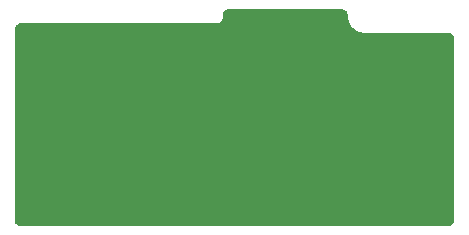
<source format=gbr>
%TF.GenerationSoftware,KiCad,Pcbnew,8.0.4*%
%TF.CreationDate,2024-08-31T12:18:16-06:00*%
%TF.ProjectId,SNEdge,534e4564-6765-42e6-9b69-6361645f7063,rev?*%
%TF.SameCoordinates,Original*%
%TF.FileFunction,Copper,L2,Bot*%
%TF.FilePolarity,Positive*%
%FSLAX46Y46*%
G04 Gerber Fmt 4.6, Leading zero omitted, Abs format (unit mm)*
G04 Created by KiCad (PCBNEW 8.0.4) date 2024-08-31 12:18:16*
%MOMM*%
%LPD*%
G01*
G04 APERTURE LIST*
%TA.AperFunction,ViaPad*%
%ADD10C,0.600000*%
%TD*%
G04 APERTURE END LIST*
D10*
%TO.N,GND*%
X124750000Y-98350000D03*
X117900000Y-100600000D03*
X133950000Y-94150000D03*
X138200000Y-91400000D03*
X132950000Y-95900000D03*
X126500000Y-94150000D03*
X145400000Y-100400000D03*
X153800000Y-102100000D03*
X137450000Y-96100000D03*
X136200000Y-108100000D03*
X151150000Y-105450000D03*
X138900000Y-100450000D03*
X128300000Y-108850000D03*
X127800000Y-103350000D03*
X117900000Y-103550000D03*
X125800000Y-105100000D03*
X126200000Y-99200000D03*
X136300000Y-106500000D03*
X145400000Y-107200000D03*
X153800000Y-108800000D03*
X142950000Y-95900000D03*
X117900000Y-106600000D03*
X135150000Y-103500000D03*
X139250000Y-107200000D03*
X117900000Y-97550000D03*
X130450000Y-108850000D03*
X143350000Y-105550000D03*
X134500000Y-97600000D03*
X132900000Y-99400000D03*
X133100000Y-108750000D03*
X140200000Y-93900000D03*
X133000000Y-105150000D03*
X125050000Y-92500000D03*
X135450000Y-92000000D03*
X145350000Y-102100000D03*
X138250000Y-98800000D03*
X145400000Y-103800000D03*
X126350000Y-97500000D03*
X136050000Y-104900000D03*
X125656215Y-103278317D03*
X137300000Y-103500000D03*
X142200000Y-91400000D03*
X121500000Y-97550000D03*
X121500000Y-94600000D03*
X153800000Y-105450000D03*
X117900000Y-94600000D03*
X134700000Y-100100000D03*
X153800000Y-98800000D03*
X145900000Y-92900000D03*
X125050000Y-108850000D03*
X146950000Y-97250000D03*
X121500000Y-106600000D03*
X151150000Y-98800000D03*
X153950000Y-93600000D03*
X130700000Y-95900000D03*
X127800000Y-104750000D03*
X130850000Y-92500000D03*
X151150000Y-108800000D03*
X121500000Y-100600000D03*
X151150000Y-102100000D03*
X121500000Y-103550000D03*
X145000000Y-92000000D03*
%TD*%
%TA.AperFunction,Conductor*%
%TO.N,GND*%
G36*
X145005512Y-90901121D02*
G01*
X145100073Y-90911775D01*
X145121669Y-90916705D01*
X145206202Y-90946283D01*
X145226168Y-90955899D01*
X145264079Y-90979720D01*
X145301987Y-91003540D01*
X145319319Y-91017361D01*
X145382638Y-91080680D01*
X145396459Y-91098012D01*
X145444098Y-91173828D01*
X145453718Y-91193803D01*
X145483293Y-91278326D01*
X145488225Y-91299938D01*
X145498877Y-91394470D01*
X145499500Y-91405555D01*
X145499500Y-91507323D01*
X145530045Y-91719764D01*
X145530045Y-91719766D01*
X145590514Y-91925705D01*
X145590515Y-91925708D01*
X145590516Y-91925710D01*
X145679679Y-92120950D01*
X145679680Y-92120951D01*
X145679684Y-92120959D01*
X145795713Y-92301505D01*
X145795719Y-92301513D01*
X145936276Y-92463724D01*
X145936283Y-92463730D01*
X145936285Y-92463732D01*
X146098482Y-92604277D01*
X146098494Y-92604286D01*
X146279040Y-92720315D01*
X146279042Y-92720316D01*
X146279050Y-92720321D01*
X146474290Y-92809484D01*
X146680231Y-92869954D01*
X146759900Y-92881408D01*
X146892677Y-92900500D01*
X146892682Y-92900500D01*
X146934108Y-92900500D01*
X153934108Y-92900500D01*
X153994444Y-92900500D01*
X154005512Y-92901121D01*
X154100073Y-92911775D01*
X154121669Y-92916705D01*
X154206202Y-92946283D01*
X154226168Y-92955899D01*
X154264079Y-92979720D01*
X154301987Y-93003540D01*
X154319319Y-93017361D01*
X154382638Y-93080680D01*
X154396459Y-93098012D01*
X154444098Y-93173828D01*
X154453718Y-93193803D01*
X154483293Y-93278326D01*
X154488225Y-93299938D01*
X154498877Y-93394470D01*
X154499500Y-93405555D01*
X154499500Y-108744444D01*
X154498877Y-108755529D01*
X154488225Y-108850061D01*
X154483293Y-108871673D01*
X154453718Y-108956196D01*
X154444098Y-108976171D01*
X154396459Y-109051987D01*
X154382638Y-109069319D01*
X154319319Y-109132638D01*
X154301987Y-109146459D01*
X154226171Y-109194098D01*
X154206196Y-109203718D01*
X154121673Y-109233293D01*
X154100061Y-109238225D01*
X154005529Y-109248877D01*
X153994444Y-109249500D01*
X117805556Y-109249500D01*
X117794471Y-109248877D01*
X117699938Y-109238225D01*
X117678326Y-109233293D01*
X117593803Y-109203718D01*
X117573828Y-109194098D01*
X117498012Y-109146459D01*
X117480680Y-109132638D01*
X117417361Y-109069319D01*
X117403540Y-109051987D01*
X117355901Y-108976171D01*
X117346283Y-108956202D01*
X117316705Y-108871669D01*
X117311775Y-108850073D01*
X117301121Y-108755512D01*
X117300500Y-108744444D01*
X117300500Y-92605555D01*
X117301121Y-92594488D01*
X117311776Y-92499924D01*
X117316704Y-92478332D01*
X117346285Y-92393794D01*
X117355897Y-92373834D01*
X117403541Y-92298010D01*
X117417357Y-92280684D01*
X117480684Y-92217357D01*
X117498012Y-92203540D01*
X117573834Y-92155897D01*
X117593794Y-92146285D01*
X117678332Y-92116704D01*
X117699924Y-92111776D01*
X117794487Y-92101121D01*
X117805556Y-92100500D01*
X134465890Y-92100500D01*
X134465892Y-92100500D01*
X134593186Y-92066392D01*
X134593188Y-92066390D01*
X134593190Y-92066390D01*
X134707309Y-92000503D01*
X134707309Y-92000502D01*
X134707314Y-92000500D01*
X134800500Y-91907314D01*
X134800503Y-91907309D01*
X134866390Y-91793190D01*
X134866390Y-91793188D01*
X134866392Y-91793186D01*
X134900500Y-91665892D01*
X134900500Y-91405555D01*
X134901121Y-91394488D01*
X134911776Y-91299924D01*
X134916704Y-91278332D01*
X134946285Y-91193794D01*
X134955897Y-91173834D01*
X135003541Y-91098010D01*
X135017357Y-91080684D01*
X135080684Y-91017357D01*
X135098012Y-91003540D01*
X135173834Y-90955897D01*
X135193794Y-90946285D01*
X135278332Y-90916704D01*
X135299924Y-90911776D01*
X135394487Y-90901121D01*
X135405556Y-90900500D01*
X135465892Y-90900500D01*
X144934108Y-90900500D01*
X144994444Y-90900500D01*
X145005512Y-90901121D01*
G37*
%TD.AperFunction*%
%TD*%
M02*

</source>
